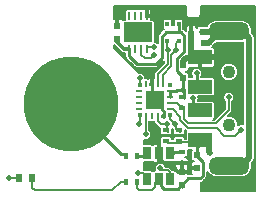
<source format=gbl>
G04 #@! TF.GenerationSoftware,KiCad,Pcbnew,(5.0.0-3-g5ebb6b6)*
G04 #@! TF.CreationDate,2018-09-30T02:42:38+02:00*
G04 #@! TF.ProjectId,nk-u2f,6E6B2D7532662E6B696361645F706362,R5*
G04 #@! TF.SameCoordinates,PX791ddc0PY5e69114*
G04 #@! TF.FileFunction,Copper,L2,Bot,Signal*
G04 #@! TF.FilePolarity,Positive*
%FSLAX46Y46*%
G04 Gerber Fmt 4.6, Leading zero omitted, Abs format (unit mm)*
G04 Created by KiCad (PCBNEW (5.0.0-3-g5ebb6b6)) date Sunday, 30 September 2018 at 02:42:38*
%MOMM*%
%LPD*%
G01*
G04 APERTURE LIST*
G04 #@! TA.AperFunction,ComponentPad*
%ADD10C,1.099820*%
G04 #@! TD*
G04 #@! TA.AperFunction,SMDPad,CuDef*
%ADD11R,1.998980X1.198880*%
G04 #@! TD*
G04 #@! TA.AperFunction,ComponentPad*
%ADD12O,3.500120X1.501140*%
G04 #@! TD*
G04 #@! TA.AperFunction,SMDPad,CuDef*
%ADD13R,0.650000X1.060000*%
G04 #@! TD*
G04 #@! TA.AperFunction,SMDPad,CuDef*
%ADD14R,0.250000X0.700000*%
G04 #@! TD*
G04 #@! TA.AperFunction,SMDPad,CuDef*
%ADD15R,1.190000X0.830000*%
G04 #@! TD*
G04 #@! TA.AperFunction,Conductor*
%ADD16O,8.000000X8.000000*%
G04 #@! TD*
G04 #@! TA.AperFunction,SMDPad,CuDef*
%ADD17R,0.500000X0.600000*%
G04 #@! TD*
G04 #@! TA.AperFunction,SMDPad,CuDef*
%ADD18R,0.340000X0.340000*%
G04 #@! TD*
G04 #@! TA.AperFunction,SMDPad,CuDef*
%ADD19O,0.250000X0.610000*%
G04 #@! TD*
G04 #@! TA.AperFunction,SMDPad,CuDef*
%ADD20O,0.610000X0.250000*%
G04 #@! TD*
G04 #@! TA.AperFunction,SMDPad,CuDef*
%ADD21R,1.500000X1.500000*%
G04 #@! TD*
G04 #@! TA.AperFunction,SMDPad,CuDef*
%ADD22R,0.300000X0.450000*%
G04 #@! TD*
G04 #@! TA.AperFunction,SMDPad,CuDef*
%ADD23R,0.600000X0.700000*%
G04 #@! TD*
G04 #@! TA.AperFunction,SMDPad,CuDef*
%ADD24R,0.400000X0.600000*%
G04 #@! TD*
G04 #@! TA.AperFunction,SMDPad,CuDef*
%ADD25R,0.600000X0.400000*%
G04 #@! TD*
G04 #@! TA.AperFunction,SMDPad,CuDef*
%ADD26R,0.600000X0.500000*%
G04 #@! TD*
G04 #@! TA.AperFunction,ViaPad*
%ADD27C,0.500000*%
G04 #@! TD*
G04 #@! TA.AperFunction,Conductor*
%ADD28C,0.254000*%
G04 #@! TD*
G04 #@! TA.AperFunction,Conductor*
%ADD29C,0.150000*%
G04 #@! TD*
G04 #@! TA.AperFunction,Conductor*
%ADD30C,0.300000*%
G04 #@! TD*
G04 #@! TA.AperFunction,Conductor*
%ADD31C,0.500000*%
G04 #@! TD*
G04 #@! TA.AperFunction,Conductor*
%ADD32C,0.350000*%
G04 #@! TD*
G04 #@! TA.AperFunction,Conductor*
%ADD33C,0.250000*%
G04 #@! TD*
G04 APERTURE END LIST*
D10*
G04 #@! TO.P,J1,8*
G04 #@! TO.N,N/C*
X6999600Y2234450D03*
G04 #@! TO.P,J1,7*
X6999600Y-2266430D03*
D11*
G04 #@! TO.P,J1,4*
G04 #@! TO.N,/GND*
X4599020Y3484130D03*
G04 #@! TO.P,J1,1*
G04 #@! TO.N,/+5V*
X4599020Y-3516110D03*
G04 #@! TO.P,J1,3*
G04 #@! TO.N,/HD+*
X4599020Y1000010D03*
G04 #@! TO.P,J1,2*
G04 #@! TO.N,/HD-*
X4599020Y-1016750D03*
D12*
G04 #@! TO.P,J1,6*
G04 #@! TO.N,Net-(C5-Pad1)*
X6999600Y-5715750D03*
G04 #@! TO.P,J1,5*
X6999600Y5683770D03*
G04 #@! TD*
D13*
G04 #@! TO.P,U2,1*
G04 #@! TO.N,Net-(R1-Pad2)*
X112500Y-4648300D03*
G04 #@! TO.P,U2,2*
G04 #@! TO.N,/GND*
X1062500Y-4648300D03*
G04 #@! TO.P,U2,3*
G04 #@! TO.N,Net-(R2-Pad2)*
X2012500Y-4648300D03*
G04 #@! TO.P,U2,4*
G04 #@! TO.N,/Button*
X2012500Y-6848300D03*
G04 #@! TO.P,U2,6*
G04 #@! TO.N,/Button_reset*
X112500Y-6848300D03*
G04 #@! TO.P,U2,5*
G04 #@! TO.N,/+5V*
X1062500Y-6848300D03*
G04 #@! TD*
D14*
G04 #@! TO.P,U4,1*
G04 #@! TO.N,N/C*
X-1442600Y7013300D03*
G04 #@! TO.P,U4,2*
X-942600Y7013300D03*
G04 #@! TO.P,U4,3*
X-442600Y7013300D03*
G04 #@! TO.P,U4,4*
G04 #@! TO.N,/GND*
X57400Y7013300D03*
G04 #@! TO.P,U4,5*
G04 #@! TO.N,/SDA*
X57400Y4213300D03*
G04 #@! TO.P,U4,6*
G04 #@! TO.N,/SCL*
X-442600Y4213300D03*
G04 #@! TO.P,U4,7*
G04 #@! TO.N,N/C*
X-942600Y4213300D03*
G04 #@! TO.P,U4,8*
G04 #@! TO.N,/+5V*
X-1442600Y4213300D03*
D15*
G04 #@! TO.P,U4,9*
G04 #@! TO.N,N/C*
X-97600Y5198300D03*
X-1287600Y5198300D03*
X-97600Y6028300D03*
X-1287600Y6028300D03*
G04 #@! TD*
D16*
G04 #@! TO.N,Net-(P1-Pad1)*
G04 #@! TO.C,P1*
X-6375000Y-453500D03*
G04 #@! TD*
D17*
G04 #@! TO.P,C2,1*
G04 #@! TO.N,/+5V*
X3015800Y-7370000D03*
G04 #@! TO.P,C2,2*
G04 #@! TO.N,/GND*
X3015800Y-6270000D03*
G04 #@! TD*
D18*
G04 #@! TO.P,U1,1*
G04 #@! TO.N,/Button*
X-540000Y1111500D03*
D19*
G04 #@! TO.P,U1,2*
G04 #@! TO.N,N/C*
X-40000Y1201500D03*
G04 #@! TO.P,U1,3*
G04 #@! TO.N,/GND*
X460000Y1201500D03*
G04 #@! TO.P,U1,4*
G04 #@! TO.N,/HD+*
X990000Y1201500D03*
G04 #@! TO.P,U1,5*
G04 #@! TO.N,/HD-*
X1460000Y1201500D03*
D18*
G04 #@! TO.P,U1,6*
G04 #@! TO.N,N/C*
X1990000Y1111500D03*
D20*
G04 #@! TO.P,U1,7*
G04 #@! TO.N,/+5V*
X2060000Y611500D03*
G04 #@! TO.P,U1,8*
X2060000Y111500D03*
G04 #@! TO.P,U1,9*
G04 #@! TO.N,/C2CK*
X2060000Y-418500D03*
G04 #@! TO.P,U1,10*
G04 #@! TO.N,/C2D*
X2060000Y-918500D03*
D18*
G04 #@! TO.P,U1,11*
G04 #@! TO.N,/SCL*
X1990000Y-1418500D03*
D19*
G04 #@! TO.P,U1,12*
G04 #@! TO.N,/GND*
X1490000Y-1488500D03*
G04 #@! TO.P,U1,13*
G04 #@! TO.N,/SDA*
X990000Y-1488500D03*
G04 #@! TO.P,U1,14*
G04 #@! TO.N,N/C*
X460000Y-1488500D03*
G04 #@! TO.P,U1,15*
G04 #@! TO.N,/Button_reset*
X-40000Y-1488500D03*
D18*
G04 #@! TO.P,U1,16*
G04 #@! TO.N,/LED*
X-540000Y-1418500D03*
D20*
G04 #@! TO.P,U1,17*
G04 #@! TO.N,N/C*
X-610000Y-918500D03*
G04 #@! TO.P,U1,18*
X-610000Y-418500D03*
G04 #@! TO.P,U1,19*
X-610000Y102500D03*
G04 #@! TO.P,U1,20*
X-610000Y611500D03*
D21*
G04 #@! TO.P,U1,21*
G04 #@! TO.N,/GND*
X725000Y-153500D03*
G04 #@! TD*
D22*
G04 #@! TO.P,U3,1*
G04 #@! TO.N,N/C*
X1779200Y6275200D03*
G04 #@! TO.P,U3,3*
G04 #@! TO.N,/+5V*
X2779200Y6275200D03*
G04 #@! TO.P,U3,5*
G04 #@! TO.N,/HD+*
X1779200Y4875200D03*
G04 #@! TO.P,U3,2*
G04 #@! TO.N,/GND*
X2279200Y6275200D03*
G04 #@! TO.P,U3,4*
G04 #@! TO.N,/HD-*
X2779200Y4875200D03*
G04 #@! TD*
D17*
G04 #@! TO.P,C3,1*
G04 #@! TO.N,/+5V*
X4285800Y-4809500D03*
G04 #@! TO.P,C3,2*
G04 #@! TO.N,/GND*
X4285800Y-5909500D03*
G04 #@! TD*
D23*
G04 #@! TO.P,D1,2*
G04 #@! TO.N,Net-(D1-Pad2)*
X-9633400Y-6743800D03*
G04 #@! TO.P,D1,1*
G04 #@! TO.N,/LED*
X-10733400Y-6743800D03*
G04 #@! TD*
D24*
G04 #@! TO.P,R1,1*
G04 #@! TO.N,Net-(P1-Pad1)*
X-1694200Y-4864200D03*
G04 #@! TO.P,R1,2*
G04 #@! TO.N,Net-(R1-Pad2)*
X-794200Y-4864200D03*
G04 #@! TD*
D25*
G04 #@! TO.P,R2,1*
G04 #@! TO.N,/GND*
X3025960Y-5443740D03*
G04 #@! TO.P,R2,2*
G04 #@! TO.N,Net-(R2-Pad2)*
X3025960Y-4543740D03*
G04 #@! TD*
D24*
G04 #@! TO.P,R3,1*
G04 #@! TO.N,Net-(D1-Pad2)*
X-1701400Y-7086700D03*
G04 #@! TO.P,R3,2*
G04 #@! TO.N,/+5V*
X-801400Y-7086700D03*
G04 #@! TD*
D25*
G04 #@! TO.P,R4,1*
G04 #@! TO.N,/+5V*
X3041200Y101500D03*
G04 #@! TO.P,R4,2*
G04 #@! TO.N,/C2CK*
X3041200Y-798500D03*
G04 #@! TD*
G04 #@! TO.P,R5,1*
G04 #@! TO.N,/+5V*
X1707700Y-3617900D03*
G04 #@! TO.P,R5,2*
G04 #@! TO.N,/SDA*
X1707700Y-2717900D03*
G04 #@! TD*
G04 #@! TO.P,R7,1*
G04 #@! TO.N,/+5V*
X2774500Y-3617900D03*
G04 #@! TO.P,R7,2*
G04 #@! TO.N,/SCL*
X2774500Y-2717900D03*
G04 #@! TD*
D17*
G04 #@! TO.P,C4,1*
G04 #@! TO.N,/+5V*
X3127560Y1746060D03*
G04 #@! TO.P,C4,2*
G04 #@! TO.N,/GND*
X3127560Y2846060D03*
G04 #@! TD*
G04 #@! TO.P,C1,1*
G04 #@! TO.N,/+5V*
X-2445200Y5063300D03*
G04 #@! TO.P,C1,2*
G04 #@! TO.N,/GND*
X-2445200Y6163300D03*
G04 #@! TD*
D26*
G04 #@! TO.P,C5,2*
G04 #@! TO.N,/GND*
X3795400Y4711600D03*
G04 #@! TO.P,C5,1*
G04 #@! TO.N,Net-(C5-Pad1)*
X4895400Y4711600D03*
G04 #@! TD*
D24*
G04 #@! TO.P,R6,2*
G04 #@! TO.N,/GND*
X3817600Y5626000D03*
G04 #@! TO.P,R6,1*
G04 #@! TO.N,Net-(C5-Pad1)*
X4717600Y5626000D03*
G04 #@! TD*
D27*
G04 #@! TO.N,/+5V*
X3147880Y680620D03*
X5428800Y-4622900D03*
G04 #@! TO.N,/C2CK*
X7003602Y101500D03*
G04 #@! TO.N,/C2D*
X8068090Y-2654400D03*
G04 #@! TO.N,/HD+*
X1853305Y4089775D03*
X4278210Y2120800D03*
G04 #@! TO.N,/HD-*
X2529430Y4094134D03*
X3968300Y554D03*
G04 #@! TO.N,/Button*
X-552900Y1701700D03*
X1199700Y-5918288D03*
G04 #@! TO.N,/SDA*
X642900Y4314514D03*
X1738210Y-2197192D03*
G04 #@! TO.N,/SCL*
X640376Y3640223D03*
X2418900Y-2171800D03*
G04 #@! TO.N,/LED*
X-11589200Y-6743800D03*
X-558583Y-2204217D03*
G04 #@! TO.N,/GND*
X3714300Y-5372200D03*
X-420330Y2338039D03*
X7918000Y2832000D03*
X463100Y1981100D03*
X725000Y-153500D03*
X2343923Y-5918338D03*
X6965500Y-7429600D03*
X7016300Y7124600D03*
X920300Y5562500D03*
G04 #@! TO.N,/Button_reset*
X-44900Y-3048100D03*
X-667200Y-6312000D03*
G04 #@! TD*
D28*
G04 #@! TO.N,/+5V*
X3015800Y-7370000D02*
X3015800Y-7353400D01*
X3015800Y-7353400D02*
X3587300Y-6781900D01*
X4812801Y-6559699D02*
X4812801Y-5386501D01*
X3587300Y-6781900D02*
X4590600Y-6781900D01*
X4590600Y-6781900D02*
X4812801Y-6559699D01*
X4812801Y-5386501D02*
X4285800Y-4859500D01*
X4285800Y-4859500D02*
X4285800Y-4809500D01*
X-1442600Y4213300D02*
X-1442600Y3609300D01*
X-1442600Y3609300D02*
X-779600Y2946300D01*
X-779600Y2946300D02*
X818700Y2946300D01*
X818700Y2946300D02*
X1326303Y3453903D01*
X1326303Y3453903D02*
X1326303Y5206503D01*
X1326303Y5206503D02*
X1720400Y5600600D01*
X1720400Y5600600D02*
X2850700Y5600600D01*
X2850700Y5600600D02*
X2855400Y5595900D01*
X2855400Y5595900D02*
X2779200Y5595900D01*
X4285800Y-4809500D02*
X4285800Y-4129330D01*
X4285800Y-4129330D02*
X4899020Y-3516110D01*
D29*
X4899020Y-3516110D02*
X4681230Y-3733900D01*
X4681230Y-3733900D02*
X2912080Y-3733900D01*
X2912080Y-3733900D02*
X2904040Y-3741940D01*
X2904040Y-3741940D02*
X1893120Y-3741940D01*
D28*
X4888210Y-3505300D02*
X4899020Y-3516110D01*
X2779200Y5595900D02*
X2779200Y6275200D01*
D30*
X-2445200Y4863300D02*
X-2445200Y4813200D01*
X-2445200Y4813200D02*
X-1835600Y4203600D01*
X-1835600Y4203600D02*
X-1452300Y4203600D01*
X-1452300Y4203600D02*
X-1442600Y4213300D01*
D28*
X-2445200Y5063300D02*
X-2445200Y5113300D01*
X3203760Y38420D02*
X3203760Y624740D01*
X3203760Y624740D02*
X3147880Y680620D01*
X4025000Y-3553500D02*
X4062390Y-3516110D01*
X4062390Y-3516110D02*
X4899020Y-3516110D01*
X4185800Y-4909500D02*
X4285800Y-4809500D01*
X2060000Y111500D02*
X2060000Y346500D01*
X2060000Y346500D02*
X2060000Y611500D01*
X3015800Y-7370000D02*
X3015800Y-7520000D01*
X3130100Y698400D02*
X3147880Y680620D01*
X2647500Y698400D02*
X3130100Y698400D01*
X2556600Y611500D02*
X2558600Y609500D01*
X2558600Y609500D02*
X2647500Y698400D01*
X2060000Y611500D02*
X2556600Y611500D01*
X3130100Y1743520D02*
X3130100Y698400D01*
X3127560Y1746060D02*
X3130100Y1743520D01*
D29*
X2838840Y-3617900D02*
X2965000Y-3744060D01*
X2774500Y-3617900D02*
X2838840Y-3617900D01*
X1060000Y-7094500D02*
X1060000Y-6784498D01*
D28*
X1179200Y-7256700D02*
X1179200Y-7213700D01*
X1179200Y-7213700D02*
X1060000Y-7094500D01*
X3015800Y-7370000D02*
X2961100Y-7370000D01*
X1263200Y-7452602D02*
X1263200Y-7340700D01*
X1481498Y-7670900D02*
X1263200Y-7452602D01*
X1263200Y-7340700D02*
X1179200Y-7256700D01*
X2961100Y-7370000D02*
X2660200Y-7670900D01*
X2660200Y-7670900D02*
X1481498Y-7670900D01*
X3127560Y1746060D02*
X3127560Y1796060D01*
X3206201Y5321801D02*
X2932102Y5595900D01*
X3127560Y1796060D02*
X2600559Y2323061D01*
X2932102Y5595900D02*
X2779200Y5595900D01*
X2600559Y2323061D02*
X2600559Y3369259D01*
X2600559Y3369259D02*
X3206201Y3974901D01*
X3206201Y3974901D02*
X3206201Y5321801D01*
D31*
X5352600Y-4546700D02*
X5428800Y-4622900D01*
X5352600Y-3797400D02*
X5352600Y-4546700D01*
X5180310Y-3797400D02*
X5352600Y-3797400D01*
X4899020Y-3516110D02*
X5180310Y-3797400D01*
D29*
X-801400Y-7549400D02*
X-801400Y-7086700D01*
X1062500Y-6848300D02*
X755200Y-7155600D01*
X-578300Y-7772500D02*
X-801400Y-7549400D01*
X755200Y-7518500D02*
X501200Y-7772500D01*
X755200Y-7155600D02*
X755200Y-7518500D01*
X501200Y-7772500D02*
X-578300Y-7772500D01*
G04 #@! TO.N,/C2CK*
X2060000Y-418500D02*
X2621400Y-418500D01*
X2621400Y-418500D02*
X2883720Y-680820D01*
X2883720Y-680820D02*
X3023000Y-680820D01*
X3023000Y-680820D02*
X3203760Y-861580D01*
X2060000Y-418500D02*
X2128640Y-418500D01*
X5893911Y-2113089D02*
X7003602Y-1003398D01*
X3579389Y-2113089D02*
X5893911Y-2113089D01*
X7003602Y-1003398D02*
X7003602Y-252053D01*
X3203760Y-1737460D02*
X3579389Y-2113089D01*
X7003602Y-252053D02*
X7003602Y101500D01*
X3203760Y-861580D02*
X3203760Y-1737460D01*
G04 #@! TO.N,/C2D*
X6633900Y-3162400D02*
X7560090Y-3162400D01*
X7818091Y-2904399D02*
X8068090Y-2654400D01*
X2903749Y-1582249D02*
X2903749Y-1861728D01*
X3551641Y-2509620D02*
X5981120Y-2509620D01*
X2240000Y-918500D02*
X2903749Y-1582249D01*
X2903749Y-1861728D02*
X3551641Y-2509620D01*
X5981120Y-2509620D02*
X6633900Y-3162400D01*
X2060000Y-918500D02*
X2240000Y-918500D01*
X7560090Y-3162400D02*
X7818091Y-2904399D01*
G04 #@! TO.N,/HD+*
X990000Y2050800D02*
X1839489Y2900289D01*
X1839489Y4075959D02*
X1853305Y4089775D01*
X1779200Y4163880D02*
X1853305Y4089775D01*
X1839489Y2900289D02*
X1839489Y4075959D01*
X990000Y1201500D02*
X990000Y2050800D01*
X1779200Y4875200D02*
X1779200Y4163880D01*
D28*
X4899020Y1000010D02*
X4895830Y1003200D01*
X4349300Y1003200D02*
X4278210Y1074290D01*
X4278210Y1074290D02*
X4278210Y2120800D01*
X4895830Y1003200D02*
X4349300Y1003200D01*
D29*
G04 #@! TO.N,/HD-*
X1390200Y1981100D02*
X2139500Y2730400D01*
X1460000Y1201500D02*
X1390200Y1271300D01*
X2139500Y3704204D02*
X2529430Y4094134D01*
X1390200Y1271300D02*
X1390200Y1981100D01*
X2139500Y2730400D02*
X2139500Y3704204D01*
X2779200Y4875200D02*
X2558600Y4654600D01*
X2558600Y4654600D02*
X2558600Y4123304D01*
X2558600Y4123304D02*
X2529430Y4094134D01*
D28*
X4197550Y-1016750D02*
X3968300Y-787500D01*
X3968300Y-787500D02*
X3968300Y554D01*
X5175000Y-1016750D02*
X4197550Y-1016750D01*
D29*
G04 #@! TO.N,/Button*
X-540000Y1111500D02*
X-540000Y1688800D01*
X-540000Y1688800D02*
X-552900Y1701700D01*
X1830699Y-6092099D02*
X1373511Y-6092099D01*
X2010000Y-6271400D02*
X1830699Y-6092099D01*
X1373511Y-6092099D02*
X1199700Y-5918288D01*
X2010000Y-7094500D02*
X2010000Y-6271400D01*
D28*
G04 #@! TO.N,Net-(P1-Pad1)*
X-6373300Y-453500D02*
X-6375000Y-453500D01*
X-2127700Y-4699100D02*
X-6373300Y-453500D01*
X-1695900Y-4864200D02*
X-1861000Y-4699100D01*
X-1861000Y-4699100D02*
X-2127700Y-4699100D01*
X-1694200Y-4864200D02*
X-1695900Y-4864200D01*
G04 #@! TO.N,Net-(R2-Pad2)*
X3025960Y-4543740D02*
X2360760Y-4543740D01*
X2360760Y-4543740D02*
X2010000Y-4894500D01*
D29*
G04 #@! TO.N,/SDA*
X642900Y4314514D02*
X158614Y4314514D01*
X158614Y4314514D02*
X57400Y4213300D01*
X990000Y-1488500D02*
X990000Y-1949400D01*
X990000Y-1949400D02*
X1237792Y-2197192D01*
X1237792Y-2197192D02*
X1738210Y-2197192D01*
X1738210Y-2197192D02*
X1738210Y-2687030D01*
X1738210Y-2687030D02*
X1893120Y-2841940D01*
G04 #@! TO.N,/SCL*
X-442600Y3713300D02*
X-119524Y3390224D01*
X-119524Y3390224D02*
X390377Y3390224D01*
X390377Y3390224D02*
X640376Y3640223D01*
X-442600Y4213300D02*
X-442600Y3713300D01*
X2168901Y-1921801D02*
X2418900Y-2171800D01*
X1990000Y-1742900D02*
X2168901Y-1921801D01*
X1990000Y-1418500D02*
X1990000Y-1742900D01*
X2873140Y-2841940D02*
X2904040Y-2841940D01*
X2634800Y-2603600D02*
X2873140Y-2841940D01*
X2545900Y-2298800D02*
X2545900Y-2603600D01*
X2545900Y-2603600D02*
X2634800Y-2603600D01*
X2418900Y-2171800D02*
X2545900Y-2298800D01*
G04 #@! TO.N,Net-(D1-Pad2)*
X-2165800Y-7086700D02*
X-1701400Y-7086700D01*
X-2851600Y-7772500D02*
X-2165800Y-7086700D01*
X-9430200Y-7772500D02*
X-2851600Y-7772500D01*
X-9633400Y-7569300D02*
X-9430200Y-7772500D01*
X-9633400Y-6743800D02*
X-9633400Y-7569300D01*
G04 #@! TO.N,/LED*
X-11589200Y-6743800D02*
X-10733400Y-6743800D01*
X-540000Y-1418500D02*
X-540000Y-2185634D01*
X-540000Y-2185634D02*
X-558583Y-2204217D01*
D31*
G04 #@! TO.N,Net-(R1-Pad2)*
X102200Y-4902300D02*
X110000Y-4894500D01*
D28*
X-781500Y-4851500D02*
X-794200Y-4864200D01*
X-90700Y-4851500D02*
X-781500Y-4851500D01*
X112500Y-4648300D02*
X-90700Y-4851500D01*
D31*
G04 #@! TO.N,/GND*
X3127560Y2846060D02*
X3127560Y3146960D01*
X3127560Y3146960D02*
X3371400Y3390800D01*
X3371400Y3390800D02*
X4805690Y3390800D01*
X4805690Y3390800D02*
X4899020Y3484130D01*
D28*
X3025960Y-5443740D02*
X3028500Y-5446280D01*
X3028500Y-5446280D02*
X3028500Y-6257300D01*
X3028500Y-6257300D02*
X3015800Y-6270000D01*
X3015800Y-6270000D02*
X3476900Y-6270000D01*
X3476900Y-6270000D02*
X3841300Y-5905600D01*
X3841300Y-5905600D02*
X4281900Y-5905600D01*
X4281900Y-5905600D02*
X4285800Y-5909500D01*
D32*
X2279200Y6275200D02*
X2304199Y6300199D01*
X2304199Y7277401D02*
X1885500Y7696100D01*
X1885500Y7696100D02*
X-6800Y7696100D01*
X57400Y7013300D02*
X57400Y7631900D01*
X-6800Y7696100D02*
X-1899100Y7696100D01*
X57400Y7631900D02*
X-6800Y7696100D01*
X-1899100Y7696100D02*
X-2445200Y7150000D01*
X-2445200Y7150000D02*
X-2445200Y6163300D01*
D33*
X1490000Y-1488500D02*
X1490000Y-1348100D01*
X1490000Y-1348100D02*
X1491800Y-1346300D01*
X1491800Y-1095999D02*
X1352100Y-956299D01*
X1491800Y-1346300D02*
X1491800Y-1095999D01*
X1352100Y-956299D02*
X1352100Y-780600D01*
X1352100Y-780600D02*
X725000Y-153500D01*
D29*
X3547500Y-5372200D02*
X3714300Y-5372200D01*
X3025960Y-5443740D02*
X3475960Y-5443740D01*
X3475960Y-5443740D02*
X3547500Y-5372200D01*
X463100Y1981100D02*
X-95700Y1981100D01*
X-420330Y2305730D02*
X-420330Y2338039D01*
X-95700Y1981100D02*
X-420330Y2305730D01*
D31*
X7668001Y3081999D02*
X7918000Y2832000D01*
X7265870Y3484130D02*
X7668001Y3081999D01*
X4899020Y3484130D02*
X7265870Y3484130D01*
D28*
X463100Y1763600D02*
X463100Y1981100D01*
X460000Y1201500D02*
X460000Y1760500D01*
X460000Y1760500D02*
X463100Y1763600D01*
X3015800Y-6270000D02*
X3015800Y-6146900D01*
X3015800Y-6146900D02*
X3079300Y-6083400D01*
D33*
X460000Y1201500D02*
X460000Y111500D01*
D29*
X460000Y111500D02*
X725000Y-153500D01*
D28*
X3015800Y-6270000D02*
X2695585Y-6270000D01*
X2695585Y-6270000D02*
X2593922Y-6168337D01*
X2593922Y-6168337D02*
X2343923Y-5918338D01*
D31*
X3817600Y4733800D02*
X3795400Y4711600D01*
X3817600Y5626000D02*
X3817600Y4733800D01*
D28*
X3127000Y6870600D02*
X2304199Y6870600D01*
X3817600Y6180000D02*
X3127000Y6870600D01*
X3817600Y5626000D02*
X3817600Y6180000D01*
D32*
X2304199Y6870600D02*
X2304199Y7277401D01*
X2304199Y6300199D02*
X2304199Y6870600D01*
D31*
X4349450Y3733700D02*
X4599020Y3484130D01*
X4057200Y3733700D02*
X4349450Y3733700D01*
X3795400Y3995500D02*
X4057200Y3733700D01*
X3795400Y4711600D02*
X3795400Y3995500D01*
D28*
X1060000Y-4894500D02*
X1060000Y-5001637D01*
X1726702Y-5668339D02*
X2093924Y-5668339D01*
X1060000Y-5001637D02*
X1726702Y-5668339D01*
X2093924Y-5668339D02*
X2343923Y-5918338D01*
D31*
G04 #@! TO.N,/Button_reset*
X110000Y-7094500D02*
X102200Y-7086700D01*
D28*
X110000Y-7094500D02*
X110000Y-6844500D01*
D29*
X-40000Y-3043200D02*
X-44900Y-3048100D01*
X-40000Y-1488500D02*
X-40000Y-3043200D01*
X-260800Y-6312000D02*
X-667200Y-6312000D01*
X112500Y-6685300D02*
X-260800Y-6312000D01*
X112500Y-6848300D02*
X112500Y-6685300D01*
D31*
G04 #@! TO.N,Net-(C5-Pad1)*
X6471930Y5156100D02*
X6999600Y5683770D01*
X5733600Y5156100D02*
X6471930Y5156100D01*
X5289100Y4711600D02*
X5733600Y5156100D01*
X4895400Y4711600D02*
X5289100Y4711600D01*
X6941830Y5626000D02*
X6999600Y5683770D01*
X4717600Y5626000D02*
X6941830Y5626000D01*
X8139630Y5683770D02*
X6999600Y5683770D01*
X8718100Y5105300D02*
X8139630Y5683770D01*
X8718100Y-5029300D02*
X8718100Y5105300D01*
X8031650Y-5715750D02*
X8718100Y-5029300D01*
X6999600Y-5715750D02*
X8031650Y-5715750D01*
G04 #@! TD*
D29*
G04 #@! TO.N,/GND*
G36*
X3375470Y7109982D02*
X3374142Y7096500D01*
X3379443Y7042683D01*
X3395140Y6990934D01*
X3420632Y6943242D01*
X3454939Y6901439D01*
X3496742Y6867132D01*
X3544434Y6841640D01*
X3596183Y6825943D01*
X3650000Y6820642D01*
X3663482Y6821970D01*
X4336518Y6821970D01*
X4350000Y6820642D01*
X4363482Y6821970D01*
X4403817Y6825943D01*
X4455566Y6841640D01*
X4503258Y6867132D01*
X4545061Y6901439D01*
X4579368Y6943242D01*
X4604860Y6990934D01*
X4620557Y7042683D01*
X4625858Y7096500D01*
X4624530Y7109982D01*
X4624530Y7846970D01*
X9225071Y7846970D01*
X9225070Y-7878970D01*
X4624530Y-7878970D01*
X4624530Y-7132261D01*
X4659604Y-7128807D01*
X4725956Y-7108679D01*
X4787107Y-7075993D01*
X4840706Y-7032006D01*
X4851734Y-7018568D01*
X5049478Y-6820825D01*
X5062906Y-6809805D01*
X5073927Y-6796376D01*
X5073930Y-6796373D01*
X5106894Y-6756206D01*
X5139580Y-6695056D01*
X5147442Y-6669138D01*
X5159708Y-6628703D01*
X5164801Y-6576991D01*
X5164801Y-6576988D01*
X5166504Y-6559699D01*
X5164801Y-6542410D01*
X5164801Y-6222526D01*
X5185029Y-6260370D01*
X5306940Y-6408920D01*
X5455490Y-6530831D01*
X5624969Y-6621420D01*
X5808865Y-6677204D01*
X5952187Y-6691320D01*
X8047013Y-6691320D01*
X8190335Y-6677204D01*
X8374231Y-6621420D01*
X8543710Y-6530831D01*
X8692260Y-6408920D01*
X8814171Y-6260370D01*
X8904760Y-6090891D01*
X8960544Y-5906995D01*
X8979380Y-5715750D01*
X8960544Y-5524505D01*
X8945207Y-5473945D01*
X9037477Y-5381675D01*
X9055601Y-5366801D01*
X9114959Y-5294473D01*
X9146690Y-5235108D01*
X9159066Y-5211955D01*
X9186227Y-5122416D01*
X9195398Y-5029300D01*
X9193100Y-5005968D01*
X9193100Y5081969D01*
X9195398Y5105301D01*
X9186227Y5198417D01*
X9172762Y5242804D01*
X9159066Y5287954D01*
X9114959Y5370473D01*
X9055601Y5442801D01*
X9037471Y5457680D01*
X8964317Y5530834D01*
X8979380Y5683770D01*
X8960544Y5875015D01*
X8904760Y6058911D01*
X8814171Y6228390D01*
X8692260Y6376940D01*
X8543710Y6498851D01*
X8374231Y6589440D01*
X8190335Y6645224D01*
X8047013Y6659340D01*
X5952187Y6659340D01*
X5808865Y6645224D01*
X5624969Y6589440D01*
X5455490Y6498851D01*
X5306940Y6376940D01*
X5185029Y6228390D01*
X5116937Y6101000D01*
X5059030Y6101000D01*
X5043208Y6113985D01*
X5004120Y6134878D01*
X4961708Y6147744D01*
X4917600Y6152088D01*
X4517600Y6152088D01*
X4473492Y6147744D01*
X4431080Y6134878D01*
X4391992Y6113985D01*
X4357732Y6085868D01*
X4329615Y6051608D01*
X4308722Y6012520D01*
X4295856Y5970108D01*
X4292600Y5937047D01*
X4292600Y5953085D01*
X4282032Y6006215D01*
X4261302Y6056261D01*
X4231206Y6101302D01*
X4192902Y6139607D01*
X4147861Y6169702D01*
X4097814Y6190432D01*
X4044685Y6201000D01*
X3971350Y6201000D01*
X3902600Y6132250D01*
X3902600Y5711000D01*
X3922600Y5711000D01*
X3922600Y5541000D01*
X3902600Y5541000D01*
X3902600Y5190050D01*
X3880400Y5167850D01*
X3880400Y4796600D01*
X3900400Y4796600D01*
X3900400Y4626600D01*
X3880400Y4626600D01*
X3880400Y4606600D01*
X3710400Y4606600D01*
X3710400Y4626600D01*
X3690400Y4626600D01*
X3690400Y4796600D01*
X3710400Y4796600D01*
X3710400Y5097550D01*
X3732600Y5119750D01*
X3732600Y5541000D01*
X3712600Y5541000D01*
X3712600Y5711000D01*
X3732600Y5711000D01*
X3732600Y6132250D01*
X3663850Y6201000D01*
X3590515Y6201000D01*
X3537386Y6190432D01*
X3487339Y6169702D01*
X3442298Y6139607D01*
X3403994Y6101302D01*
X3373898Y6056261D01*
X3353168Y6006215D01*
X3342600Y5953085D01*
X3342600Y5779750D01*
X3411348Y5711002D01*
X3342600Y5711002D01*
X3342600Y5683205D01*
X3193236Y5832568D01*
X3182208Y5846006D01*
X3131200Y5887867D01*
X3131200Y5950812D01*
X3138078Y5963680D01*
X3150944Y6006092D01*
X3155288Y6050200D01*
X3155288Y6500200D01*
X3150944Y6544308D01*
X3138078Y6586720D01*
X3117185Y6625808D01*
X3089068Y6660068D01*
X3054808Y6688185D01*
X3015720Y6709078D01*
X2973308Y6721944D01*
X2929200Y6726288D01*
X2629200Y6726288D01*
X2591394Y6722565D01*
X2559461Y6743902D01*
X2509415Y6764632D01*
X2456285Y6775200D01*
X2422950Y6775200D01*
X2354200Y6706450D01*
X2354200Y6360200D01*
X2384200Y6360200D01*
X2384200Y6190200D01*
X2354200Y6190200D01*
X2354200Y6170200D01*
X2204200Y6170200D01*
X2204200Y6190200D01*
X2174200Y6190200D01*
X2174200Y6360200D01*
X2204200Y6360200D01*
X2204200Y6706450D01*
X2135450Y6775200D01*
X2102115Y6775200D01*
X2048985Y6764632D01*
X1998939Y6743902D01*
X1967006Y6722565D01*
X1929200Y6726288D01*
X1629200Y6726288D01*
X1585092Y6721944D01*
X1542680Y6709078D01*
X1503592Y6688185D01*
X1469332Y6660068D01*
X1441215Y6625808D01*
X1420322Y6586720D01*
X1407456Y6544308D01*
X1403112Y6500200D01*
X1403112Y6050200D01*
X1407456Y6006092D01*
X1420322Y5963680D01*
X1441215Y5924592D01*
X1469332Y5890332D01*
X1493955Y5870124D01*
X1470294Y5850706D01*
X1459270Y5837272D01*
X1089631Y5467633D01*
X1076198Y5456609D01*
X1065175Y5443177D01*
X1032210Y5403010D01*
X1001882Y5346269D01*
X999525Y5341859D01*
X982857Y5286911D01*
X979397Y5275506D01*
X972600Y5206503D01*
X974304Y5189204D01*
X974304Y4654861D01*
X945695Y4683470D01*
X867897Y4735453D01*
X781452Y4771260D01*
X723439Y4782800D01*
X723488Y4783300D01*
X723488Y6443300D01*
X719144Y6487408D01*
X706278Y6529820D01*
X685385Y6568908D01*
X657268Y6603168D01*
X623008Y6631285D01*
X583920Y6652178D01*
X541508Y6665044D01*
X497400Y6669388D01*
X457400Y6669388D01*
X457400Y6859550D01*
X388650Y6928300D01*
X119900Y6928300D01*
X119900Y6908300D01*
X-5100Y6908300D01*
X-5100Y6928300D01*
X-47600Y6928300D01*
X-47600Y7098300D01*
X-5100Y7098300D01*
X-5100Y7569550D01*
X119900Y7569550D01*
X119900Y7098300D01*
X388650Y7098300D01*
X457400Y7167050D01*
X457400Y7390385D01*
X446832Y7443514D01*
X426102Y7493561D01*
X396007Y7538602D01*
X357702Y7576906D01*
X312661Y7607002D01*
X262615Y7627732D01*
X209485Y7638300D01*
X188650Y7638300D01*
X119900Y7569550D01*
X-5100Y7569550D01*
X-73850Y7638300D01*
X-94685Y7638300D01*
X-147815Y7627732D01*
X-197861Y7607002D01*
X-242902Y7576906D01*
X-243778Y7576030D01*
X-273492Y7585044D01*
X-317600Y7589388D01*
X-567600Y7589388D01*
X-611708Y7585044D01*
X-654120Y7572178D01*
X-692600Y7551610D01*
X-731080Y7572178D01*
X-773492Y7585044D01*
X-817600Y7589388D01*
X-1067600Y7589388D01*
X-1111708Y7585044D01*
X-1154120Y7572178D01*
X-1192600Y7551610D01*
X-1231080Y7572178D01*
X-1273492Y7585044D01*
X-1317600Y7589388D01*
X-1567600Y7589388D01*
X-1611708Y7585044D01*
X-1654120Y7572178D01*
X-1693208Y7551285D01*
X-1727468Y7523168D01*
X-1755585Y7488908D01*
X-1776478Y7449820D01*
X-1789344Y7407408D01*
X-1793688Y7363300D01*
X-1793688Y6669388D01*
X-1882600Y6669388D01*
X-1926708Y6665044D01*
X-1969120Y6652178D01*
X-1986096Y6643104D01*
X-2019898Y6676906D01*
X-2064939Y6707002D01*
X-2114985Y6727732D01*
X-2168115Y6738300D01*
X-2291450Y6738300D01*
X-2360200Y6669550D01*
X-2360200Y6248300D01*
X-2340200Y6248300D01*
X-2340200Y6078300D01*
X-2360200Y6078300D01*
X-2360200Y6058300D01*
X-2530200Y6058300D01*
X-2530200Y6078300D01*
X-2550200Y6078300D01*
X-2550200Y6248300D01*
X-2530200Y6248300D01*
X-2530200Y6669550D01*
X-2598950Y6738300D01*
X-2722285Y6738300D01*
X-2738500Y6735075D01*
X-2738500Y7846970D01*
X3375471Y7846970D01*
X3375470Y7109982D01*
X3375470Y7109982D01*
G37*
X3375470Y7109982D02*
X3374142Y7096500D01*
X3379443Y7042683D01*
X3395140Y6990934D01*
X3420632Y6943242D01*
X3454939Y6901439D01*
X3496742Y6867132D01*
X3544434Y6841640D01*
X3596183Y6825943D01*
X3650000Y6820642D01*
X3663482Y6821970D01*
X4336518Y6821970D01*
X4350000Y6820642D01*
X4363482Y6821970D01*
X4403817Y6825943D01*
X4455566Y6841640D01*
X4503258Y6867132D01*
X4545061Y6901439D01*
X4579368Y6943242D01*
X4604860Y6990934D01*
X4620557Y7042683D01*
X4625858Y7096500D01*
X4624530Y7109982D01*
X4624530Y7846970D01*
X9225071Y7846970D01*
X9225070Y-7878970D01*
X4624530Y-7878970D01*
X4624530Y-7132261D01*
X4659604Y-7128807D01*
X4725956Y-7108679D01*
X4787107Y-7075993D01*
X4840706Y-7032006D01*
X4851734Y-7018568D01*
X5049478Y-6820825D01*
X5062906Y-6809805D01*
X5073927Y-6796376D01*
X5073930Y-6796373D01*
X5106894Y-6756206D01*
X5139580Y-6695056D01*
X5147442Y-6669138D01*
X5159708Y-6628703D01*
X5164801Y-6576991D01*
X5164801Y-6576988D01*
X5166504Y-6559699D01*
X5164801Y-6542410D01*
X5164801Y-6222526D01*
X5185029Y-6260370D01*
X5306940Y-6408920D01*
X5455490Y-6530831D01*
X5624969Y-6621420D01*
X5808865Y-6677204D01*
X5952187Y-6691320D01*
X8047013Y-6691320D01*
X8190335Y-6677204D01*
X8374231Y-6621420D01*
X8543710Y-6530831D01*
X8692260Y-6408920D01*
X8814171Y-6260370D01*
X8904760Y-6090891D01*
X8960544Y-5906995D01*
X8979380Y-5715750D01*
X8960544Y-5524505D01*
X8945207Y-5473945D01*
X9037477Y-5381675D01*
X9055601Y-5366801D01*
X9114959Y-5294473D01*
X9146690Y-5235108D01*
X9159066Y-5211955D01*
X9186227Y-5122416D01*
X9195398Y-5029300D01*
X9193100Y-5005968D01*
X9193100Y5081969D01*
X9195398Y5105301D01*
X9186227Y5198417D01*
X9172762Y5242804D01*
X9159066Y5287954D01*
X9114959Y5370473D01*
X9055601Y5442801D01*
X9037471Y5457680D01*
X8964317Y5530834D01*
X8979380Y5683770D01*
X8960544Y5875015D01*
X8904760Y6058911D01*
X8814171Y6228390D01*
X8692260Y6376940D01*
X8543710Y6498851D01*
X8374231Y6589440D01*
X8190335Y6645224D01*
X8047013Y6659340D01*
X5952187Y6659340D01*
X5808865Y6645224D01*
X5624969Y6589440D01*
X5455490Y6498851D01*
X5306940Y6376940D01*
X5185029Y6228390D01*
X5116937Y6101000D01*
X5059030Y6101000D01*
X5043208Y6113985D01*
X5004120Y6134878D01*
X4961708Y6147744D01*
X4917600Y6152088D01*
X4517600Y6152088D01*
X4473492Y6147744D01*
X4431080Y6134878D01*
X4391992Y6113985D01*
X4357732Y6085868D01*
X4329615Y6051608D01*
X4308722Y6012520D01*
X4295856Y5970108D01*
X4292600Y5937047D01*
X4292600Y5953085D01*
X4282032Y6006215D01*
X4261302Y6056261D01*
X4231206Y6101302D01*
X4192902Y6139607D01*
X4147861Y6169702D01*
X4097814Y6190432D01*
X4044685Y6201000D01*
X3971350Y6201000D01*
X3902600Y6132250D01*
X3902600Y5711000D01*
X3922600Y5711000D01*
X3922600Y5541000D01*
X3902600Y5541000D01*
X3902600Y5190050D01*
X3880400Y5167850D01*
X3880400Y4796600D01*
X3900400Y4796600D01*
X3900400Y4626600D01*
X3880400Y4626600D01*
X3880400Y4606600D01*
X3710400Y4606600D01*
X3710400Y4626600D01*
X3690400Y4626600D01*
X3690400Y4796600D01*
X3710400Y4796600D01*
X3710400Y5097550D01*
X3732600Y5119750D01*
X3732600Y5541000D01*
X3712600Y5541000D01*
X3712600Y5711000D01*
X3732600Y5711000D01*
X3732600Y6132250D01*
X3663850Y6201000D01*
X3590515Y6201000D01*
X3537386Y6190432D01*
X3487339Y6169702D01*
X3442298Y6139607D01*
X3403994Y6101302D01*
X3373898Y6056261D01*
X3353168Y6006215D01*
X3342600Y5953085D01*
X3342600Y5779750D01*
X3411348Y5711002D01*
X3342600Y5711002D01*
X3342600Y5683205D01*
X3193236Y5832568D01*
X3182208Y5846006D01*
X3131200Y5887867D01*
X3131200Y5950812D01*
X3138078Y5963680D01*
X3150944Y6006092D01*
X3155288Y6050200D01*
X3155288Y6500200D01*
X3150944Y6544308D01*
X3138078Y6586720D01*
X3117185Y6625808D01*
X3089068Y6660068D01*
X3054808Y6688185D01*
X3015720Y6709078D01*
X2973308Y6721944D01*
X2929200Y6726288D01*
X2629200Y6726288D01*
X2591394Y6722565D01*
X2559461Y6743902D01*
X2509415Y6764632D01*
X2456285Y6775200D01*
X2422950Y6775200D01*
X2354200Y6706450D01*
X2354200Y6360200D01*
X2384200Y6360200D01*
X2384200Y6190200D01*
X2354200Y6190200D01*
X2354200Y6170200D01*
X2204200Y6170200D01*
X2204200Y6190200D01*
X2174200Y6190200D01*
X2174200Y6360200D01*
X2204200Y6360200D01*
X2204200Y6706450D01*
X2135450Y6775200D01*
X2102115Y6775200D01*
X2048985Y6764632D01*
X1998939Y6743902D01*
X1967006Y6722565D01*
X1929200Y6726288D01*
X1629200Y6726288D01*
X1585092Y6721944D01*
X1542680Y6709078D01*
X1503592Y6688185D01*
X1469332Y6660068D01*
X1441215Y6625808D01*
X1420322Y6586720D01*
X1407456Y6544308D01*
X1403112Y6500200D01*
X1403112Y6050200D01*
X1407456Y6006092D01*
X1420322Y5963680D01*
X1441215Y5924592D01*
X1469332Y5890332D01*
X1493955Y5870124D01*
X1470294Y5850706D01*
X1459270Y5837272D01*
X1089631Y5467633D01*
X1076198Y5456609D01*
X1065175Y5443177D01*
X1032210Y5403010D01*
X1001882Y5346269D01*
X999525Y5341859D01*
X982857Y5286911D01*
X979397Y5275506D01*
X972600Y5206503D01*
X974304Y5189204D01*
X974304Y4654861D01*
X945695Y4683470D01*
X867897Y4735453D01*
X781452Y4771260D01*
X723439Y4782800D01*
X723488Y4783300D01*
X723488Y6443300D01*
X719144Y6487408D01*
X706278Y6529820D01*
X685385Y6568908D01*
X657268Y6603168D01*
X623008Y6631285D01*
X583920Y6652178D01*
X541508Y6665044D01*
X497400Y6669388D01*
X457400Y6669388D01*
X457400Y6859550D01*
X388650Y6928300D01*
X119900Y6928300D01*
X119900Y6908300D01*
X-5100Y6908300D01*
X-5100Y6928300D01*
X-47600Y6928300D01*
X-47600Y7098300D01*
X-5100Y7098300D01*
X-5100Y7569550D01*
X119900Y7569550D01*
X119900Y7098300D01*
X388650Y7098300D01*
X457400Y7167050D01*
X457400Y7390385D01*
X446832Y7443514D01*
X426102Y7493561D01*
X396007Y7538602D01*
X357702Y7576906D01*
X312661Y7607002D01*
X262615Y7627732D01*
X209485Y7638300D01*
X188650Y7638300D01*
X119900Y7569550D01*
X-5100Y7569550D01*
X-73850Y7638300D01*
X-94685Y7638300D01*
X-147815Y7627732D01*
X-197861Y7607002D01*
X-242902Y7576906D01*
X-243778Y7576030D01*
X-273492Y7585044D01*
X-317600Y7589388D01*
X-567600Y7589388D01*
X-611708Y7585044D01*
X-654120Y7572178D01*
X-692600Y7551610D01*
X-731080Y7572178D01*
X-773492Y7585044D01*
X-817600Y7589388D01*
X-1067600Y7589388D01*
X-1111708Y7585044D01*
X-1154120Y7572178D01*
X-1192600Y7551610D01*
X-1231080Y7572178D01*
X-1273492Y7585044D01*
X-1317600Y7589388D01*
X-1567600Y7589388D01*
X-1611708Y7585044D01*
X-1654120Y7572178D01*
X-1693208Y7551285D01*
X-1727468Y7523168D01*
X-1755585Y7488908D01*
X-1776478Y7449820D01*
X-1789344Y7407408D01*
X-1793688Y7363300D01*
X-1793688Y6669388D01*
X-1882600Y6669388D01*
X-1926708Y6665044D01*
X-1969120Y6652178D01*
X-1986096Y6643104D01*
X-2019898Y6676906D01*
X-2064939Y6707002D01*
X-2114985Y6727732D01*
X-2168115Y6738300D01*
X-2291450Y6738300D01*
X-2360200Y6669550D01*
X-2360200Y6248300D01*
X-2340200Y6248300D01*
X-2340200Y6078300D01*
X-2360200Y6078300D01*
X-2360200Y6058300D01*
X-2530200Y6058300D01*
X-2530200Y6078300D01*
X-2550200Y6078300D01*
X-2550200Y6248300D01*
X-2530200Y6248300D01*
X-2530200Y6669550D01*
X-2598950Y6738300D01*
X-2722285Y6738300D01*
X-2738500Y6735075D01*
X-2738500Y7846970D01*
X3375471Y7846970D01*
X3375470Y7109982D01*
G36*
X3555422Y-4337294D02*
X3599530Y-4341638D01*
X3885673Y-4341638D01*
X3875932Y-4349632D01*
X3847815Y-4383892D01*
X3826922Y-4422980D01*
X3814056Y-4465392D01*
X3809712Y-4509500D01*
X3809712Y-5109500D01*
X3814056Y-5153608D01*
X3826922Y-5196020D01*
X3847815Y-5235108D01*
X3875932Y-5269368D01*
X3910192Y-5297485D01*
X3949280Y-5318378D01*
X3991692Y-5331244D01*
X4024753Y-5334500D01*
X4008715Y-5334500D01*
X3955585Y-5345068D01*
X3905539Y-5365798D01*
X3860498Y-5395894D01*
X3822193Y-5434198D01*
X3792098Y-5479239D01*
X3771368Y-5529286D01*
X3760800Y-5582415D01*
X3760800Y-5755750D01*
X3829550Y-5824500D01*
X4200800Y-5824500D01*
X4200800Y-5804500D01*
X4370800Y-5804500D01*
X4370800Y-5824500D01*
X4390800Y-5824500D01*
X4390800Y-5994500D01*
X4370800Y-5994500D01*
X4370800Y-6014500D01*
X4200800Y-6014500D01*
X4200800Y-5994500D01*
X3829550Y-5994500D01*
X3760800Y-6063250D01*
X3760800Y-6236585D01*
X3771368Y-6289714D01*
X3792098Y-6339761D01*
X3822193Y-6384802D01*
X3860498Y-6423106D01*
X3870666Y-6429900D01*
X3604588Y-6429900D01*
X3587299Y-6428197D01*
X3570010Y-6429900D01*
X3570008Y-6429900D01*
X3540800Y-6432777D01*
X3540800Y-6423750D01*
X3472050Y-6355000D01*
X3100800Y-6355000D01*
X3100800Y-6375000D01*
X2930800Y-6375000D01*
X2930800Y-6355000D01*
X2910800Y-6355000D01*
X2910800Y-6185000D01*
X2930800Y-6185000D01*
X2930800Y-5860150D01*
X2940960Y-5849990D01*
X2940960Y-5763750D01*
X3100800Y-5763750D01*
X3100800Y-6185000D01*
X3472050Y-6185000D01*
X3540800Y-6116250D01*
X3540800Y-5942915D01*
X3530232Y-5889786D01*
X3512246Y-5846363D01*
X3539567Y-5819042D01*
X3569662Y-5774001D01*
X3590392Y-5723954D01*
X3600960Y-5670825D01*
X3600960Y-5597490D01*
X3532210Y-5528740D01*
X3110960Y-5528740D01*
X3110960Y-5753590D01*
X3100800Y-5763750D01*
X2940960Y-5763750D01*
X2940960Y-5528740D01*
X2519710Y-5528740D01*
X2450960Y-5597490D01*
X2450960Y-5670825D01*
X2461528Y-5723954D01*
X2482258Y-5774001D01*
X2512353Y-5819042D01*
X2526485Y-5833173D01*
X2522098Y-5839739D01*
X2501368Y-5889786D01*
X2490800Y-5942915D01*
X2490800Y-6116250D01*
X2559548Y-6184998D01*
X2519171Y-6184998D01*
X2497368Y-6158432D01*
X2463108Y-6130315D01*
X2424020Y-6109422D01*
X2381608Y-6096556D01*
X2337500Y-6092212D01*
X2251036Y-6092212D01*
X2245745Y-6085765D01*
X2223158Y-6058242D01*
X2211710Y-6048847D01*
X2053252Y-5890389D01*
X2043857Y-5878941D01*
X1998176Y-5841452D01*
X1946059Y-5813595D01*
X1889509Y-5796440D01*
X1845432Y-5792099D01*
X1845422Y-5792099D01*
X1830699Y-5790649D01*
X1815976Y-5792099D01*
X1658905Y-5792099D01*
X1656446Y-5779736D01*
X1620639Y-5693291D01*
X1568656Y-5615493D01*
X1502495Y-5549332D01*
X1424697Y-5497349D01*
X1338252Y-5461542D01*
X1296817Y-5453300D01*
X1414585Y-5453300D01*
X1467715Y-5442732D01*
X1517761Y-5422002D01*
X1562802Y-5391906D01*
X1579182Y-5375527D01*
X1600980Y-5387178D01*
X1643392Y-5400044D01*
X1687500Y-5404388D01*
X2337500Y-5404388D01*
X2381608Y-5400044D01*
X2424020Y-5387178D01*
X2463108Y-5366285D01*
X2497368Y-5338168D01*
X2498166Y-5337196D01*
X2519710Y-5358740D01*
X2940960Y-5358740D01*
X2940960Y-5338740D01*
X3110960Y-5338740D01*
X3110960Y-5358740D01*
X3532210Y-5358740D01*
X3600960Y-5289990D01*
X3600960Y-5216655D01*
X3590392Y-5163526D01*
X3569662Y-5113479D01*
X3539567Y-5068438D01*
X3501262Y-5030134D01*
X3456221Y-5000038D01*
X3406175Y-4979308D01*
X3353045Y-4968740D01*
X3337007Y-4968740D01*
X3370068Y-4965484D01*
X3412480Y-4952618D01*
X3451568Y-4931725D01*
X3485828Y-4903608D01*
X3513945Y-4869348D01*
X3534838Y-4830260D01*
X3547704Y-4787848D01*
X3552048Y-4743740D01*
X3552048Y-4343740D01*
X3551290Y-4336040D01*
X3555422Y-4337294D01*
X3555422Y-4337294D01*
G37*
X3555422Y-4337294D02*
X3599530Y-4341638D01*
X3885673Y-4341638D01*
X3875932Y-4349632D01*
X3847815Y-4383892D01*
X3826922Y-4422980D01*
X3814056Y-4465392D01*
X3809712Y-4509500D01*
X3809712Y-5109500D01*
X3814056Y-5153608D01*
X3826922Y-5196020D01*
X3847815Y-5235108D01*
X3875932Y-5269368D01*
X3910192Y-5297485D01*
X3949280Y-5318378D01*
X3991692Y-5331244D01*
X4024753Y-5334500D01*
X4008715Y-5334500D01*
X3955585Y-5345068D01*
X3905539Y-5365798D01*
X3860498Y-5395894D01*
X3822193Y-5434198D01*
X3792098Y-5479239D01*
X3771368Y-5529286D01*
X3760800Y-5582415D01*
X3760800Y-5755750D01*
X3829550Y-5824500D01*
X4200800Y-5824500D01*
X4200800Y-5804500D01*
X4370800Y-5804500D01*
X4370800Y-5824500D01*
X4390800Y-5824500D01*
X4390800Y-5994500D01*
X4370800Y-5994500D01*
X4370800Y-6014500D01*
X4200800Y-6014500D01*
X4200800Y-5994500D01*
X3829550Y-5994500D01*
X3760800Y-6063250D01*
X3760800Y-6236585D01*
X3771368Y-6289714D01*
X3792098Y-6339761D01*
X3822193Y-6384802D01*
X3860498Y-6423106D01*
X3870666Y-6429900D01*
X3604588Y-6429900D01*
X3587299Y-6428197D01*
X3570010Y-6429900D01*
X3570008Y-6429900D01*
X3540800Y-6432777D01*
X3540800Y-6423750D01*
X3472050Y-6355000D01*
X3100800Y-6355000D01*
X3100800Y-6375000D01*
X2930800Y-6375000D01*
X2930800Y-6355000D01*
X2910800Y-6355000D01*
X2910800Y-6185000D01*
X2930800Y-6185000D01*
X2930800Y-5860150D01*
X2940960Y-5849990D01*
X2940960Y-5763750D01*
X3100800Y-5763750D01*
X3100800Y-6185000D01*
X3472050Y-6185000D01*
X3540800Y-6116250D01*
X3540800Y-5942915D01*
X3530232Y-5889786D01*
X3512246Y-5846363D01*
X3539567Y-5819042D01*
X3569662Y-5774001D01*
X3590392Y-5723954D01*
X3600960Y-5670825D01*
X3600960Y-5597490D01*
X3532210Y-5528740D01*
X3110960Y-5528740D01*
X3110960Y-5753590D01*
X3100800Y-5763750D01*
X2940960Y-5763750D01*
X2940960Y-5528740D01*
X2519710Y-5528740D01*
X2450960Y-5597490D01*
X2450960Y-5670825D01*
X2461528Y-5723954D01*
X2482258Y-5774001D01*
X2512353Y-5819042D01*
X2526485Y-5833173D01*
X2522098Y-5839739D01*
X2501368Y-5889786D01*
X2490800Y-5942915D01*
X2490800Y-6116250D01*
X2559548Y-6184998D01*
X2519171Y-6184998D01*
X2497368Y-6158432D01*
X2463108Y-6130315D01*
X2424020Y-6109422D01*
X2381608Y-6096556D01*
X2337500Y-6092212D01*
X2251036Y-6092212D01*
X2245745Y-6085765D01*
X2223158Y-6058242D01*
X2211710Y-6048847D01*
X2053252Y-5890389D01*
X2043857Y-5878941D01*
X1998176Y-5841452D01*
X1946059Y-5813595D01*
X1889509Y-5796440D01*
X1845432Y-5792099D01*
X1845422Y-5792099D01*
X1830699Y-5790649D01*
X1815976Y-5792099D01*
X1658905Y-5792099D01*
X1656446Y-5779736D01*
X1620639Y-5693291D01*
X1568656Y-5615493D01*
X1502495Y-5549332D01*
X1424697Y-5497349D01*
X1338252Y-5461542D01*
X1296817Y-5453300D01*
X1414585Y-5453300D01*
X1467715Y-5442732D01*
X1517761Y-5422002D01*
X1562802Y-5391906D01*
X1579182Y-5375527D01*
X1600980Y-5387178D01*
X1643392Y-5400044D01*
X1687500Y-5404388D01*
X2337500Y-5404388D01*
X2381608Y-5400044D01*
X2424020Y-5387178D01*
X2463108Y-5366285D01*
X2497368Y-5338168D01*
X2498166Y-5337196D01*
X2519710Y-5358740D01*
X2940960Y-5358740D01*
X2940960Y-5338740D01*
X3110960Y-5338740D01*
X3110960Y-5358740D01*
X3532210Y-5358740D01*
X3600960Y-5289990D01*
X3600960Y-5216655D01*
X3590392Y-5163526D01*
X3569662Y-5113479D01*
X3539567Y-5068438D01*
X3501262Y-5030134D01*
X3456221Y-5000038D01*
X3406175Y-4979308D01*
X3353045Y-4968740D01*
X3337007Y-4968740D01*
X3370068Y-4965484D01*
X3412480Y-4952618D01*
X3451568Y-4931725D01*
X3485828Y-4903608D01*
X3513945Y-4869348D01*
X3534838Y-4830260D01*
X3547704Y-4787848D01*
X3552048Y-4743740D01*
X3552048Y-4343740D01*
X3551290Y-4336040D01*
X3555422Y-4337294D01*
G36*
X690001Y-1934668D02*
X688550Y-1949400D01*
X694342Y-2008210D01*
X711497Y-2064760D01*
X739353Y-2116877D01*
X767451Y-2151114D01*
X776843Y-2162558D01*
X788285Y-2171948D01*
X1015243Y-2398907D01*
X1024634Y-2410350D01*
X1036077Y-2419741D01*
X1070314Y-2447839D01*
X1122431Y-2475696D01*
X1135593Y-2479689D01*
X1178982Y-2492851D01*
X1184030Y-2493348D01*
X1181612Y-2517900D01*
X1181612Y-2917900D01*
X1185956Y-2962008D01*
X1198822Y-3004420D01*
X1219715Y-3043508D01*
X1247832Y-3077768D01*
X1282092Y-3105885D01*
X1321180Y-3126778D01*
X1363592Y-3139644D01*
X1407700Y-3143988D01*
X2007700Y-3143988D01*
X2051808Y-3139644D01*
X2094220Y-3126778D01*
X2133308Y-3105885D01*
X2167568Y-3077768D01*
X2195685Y-3043508D01*
X2216578Y-3004420D01*
X2229444Y-2962008D01*
X2233788Y-2917900D01*
X2233788Y-2609260D01*
X2245484Y-2614105D01*
X2248412Y-2643839D01*
X2248412Y-2917900D01*
X2252756Y-2962008D01*
X2265622Y-3004420D01*
X2286515Y-3043508D01*
X2314632Y-3077768D01*
X2348892Y-3105885D01*
X2387980Y-3126778D01*
X2430392Y-3139644D01*
X2474500Y-3143988D01*
X3074500Y-3143988D01*
X3118608Y-3139644D01*
X3161020Y-3126778D01*
X3200108Y-3105885D01*
X3234368Y-3077768D01*
X3262485Y-3043508D01*
X3283378Y-3004420D01*
X3296244Y-2962008D01*
X3300588Y-2917900D01*
X3300588Y-2682831D01*
X3329091Y-2711334D01*
X3338483Y-2722778D01*
X3349926Y-2732169D01*
X3349927Y-2732170D01*
X3384163Y-2760267D01*
X3404388Y-2771077D01*
X3420763Y-2779830D01*
X3411545Y-2791062D01*
X3390652Y-2830150D01*
X3377786Y-2872562D01*
X3373442Y-2916670D01*
X3373442Y-3433900D01*
X3300588Y-3433900D01*
X3300588Y-3417900D01*
X3296244Y-3373792D01*
X3283378Y-3331380D01*
X3262485Y-3292292D01*
X3234368Y-3258032D01*
X3200108Y-3229915D01*
X3161020Y-3209022D01*
X3118608Y-3196156D01*
X3074500Y-3191812D01*
X2474500Y-3191812D01*
X2430392Y-3196156D01*
X2387980Y-3209022D01*
X2348892Y-3229915D01*
X2314632Y-3258032D01*
X2286515Y-3292292D01*
X2265622Y-3331380D01*
X2252756Y-3373792D01*
X2248412Y-3417900D01*
X2248412Y-3441940D01*
X2233788Y-3441940D01*
X2233788Y-3417900D01*
X2229444Y-3373792D01*
X2216578Y-3331380D01*
X2195685Y-3292292D01*
X2167568Y-3258032D01*
X2133308Y-3229915D01*
X2094220Y-3209022D01*
X2051808Y-3196156D01*
X2007700Y-3191812D01*
X1407700Y-3191812D01*
X1363592Y-3196156D01*
X1321180Y-3209022D01*
X1282092Y-3229915D01*
X1247832Y-3258032D01*
X1219715Y-3292292D01*
X1198822Y-3331380D01*
X1185956Y-3373792D01*
X1181612Y-3417900D01*
X1181612Y-3817900D01*
X1185956Y-3862008D01*
X1188653Y-3870897D01*
X1147500Y-3912050D01*
X1147500Y-4563300D01*
X1167500Y-4563300D01*
X1167500Y-4733300D01*
X1147500Y-4733300D01*
X1147500Y-5384550D01*
X1206238Y-5443288D01*
X1152917Y-5443288D01*
X1061148Y-5461542D01*
X974703Y-5497349D01*
X896905Y-5549332D01*
X830744Y-5615493D01*
X778761Y-5693291D01*
X742954Y-5779736D01*
X724700Y-5871505D01*
X724700Y-5965071D01*
X742954Y-6056840D01*
X757606Y-6092212D01*
X737500Y-6092212D01*
X693392Y-6096556D01*
X650980Y-6109422D01*
X611892Y-6130315D01*
X587500Y-6150333D01*
X563108Y-6130315D01*
X524020Y-6109422D01*
X481608Y-6096556D01*
X437500Y-6092212D01*
X-55721Y-6092212D01*
X-93323Y-6061353D01*
X-145440Y-6033496D01*
X-201990Y-6016341D01*
X-208465Y-6015703D01*
X-207678Y-5404388D01*
X437500Y-5404388D01*
X481608Y-5400044D01*
X524020Y-5387178D01*
X545818Y-5375527D01*
X562198Y-5391906D01*
X607239Y-5422002D01*
X657285Y-5442732D01*
X710415Y-5453300D01*
X908750Y-5453300D01*
X977500Y-5384550D01*
X977500Y-4733300D01*
X957500Y-4733300D01*
X957500Y-4563300D01*
X977500Y-4563300D01*
X977500Y-3912050D01*
X908750Y-3843300D01*
X710415Y-3843300D01*
X657285Y-3853868D01*
X607239Y-3874598D01*
X562198Y-3904694D01*
X545818Y-3921073D01*
X524020Y-3909422D01*
X481608Y-3896556D01*
X437500Y-3892212D01*
X-205732Y-3892212D01*
X-205222Y-3495829D01*
X-183452Y-3504846D01*
X-91683Y-3523100D01*
X1883Y-3523100D01*
X93652Y-3504846D01*
X180097Y-3469039D01*
X257895Y-3417056D01*
X324056Y-3350895D01*
X376039Y-3273097D01*
X411846Y-3186652D01*
X430100Y-3094883D01*
X430100Y-3001317D01*
X411846Y-2909548D01*
X376039Y-2823103D01*
X324056Y-2745305D01*
X260000Y-2681249D01*
X260000Y-1957139D01*
X264610Y-1960922D01*
X325413Y-1993422D01*
X391388Y-2013435D01*
X460000Y-2020193D01*
X528611Y-2013435D01*
X594586Y-1993422D01*
X655389Y-1960922D01*
X690001Y-1932517D01*
X690001Y-1934668D01*
X690001Y-1934668D01*
G37*
X690001Y-1934668D02*
X688550Y-1949400D01*
X694342Y-2008210D01*
X711497Y-2064760D01*
X739353Y-2116877D01*
X767451Y-2151114D01*
X776843Y-2162558D01*
X788285Y-2171948D01*
X1015243Y-2398907D01*
X1024634Y-2410350D01*
X1036077Y-2419741D01*
X1070314Y-2447839D01*
X1122431Y-2475696D01*
X1135593Y-2479689D01*
X1178982Y-2492851D01*
X1184030Y-2493348D01*
X1181612Y-2517900D01*
X1181612Y-2917900D01*
X1185956Y-2962008D01*
X1198822Y-3004420D01*
X1219715Y-3043508D01*
X1247832Y-3077768D01*
X1282092Y-3105885D01*
X1321180Y-3126778D01*
X1363592Y-3139644D01*
X1407700Y-3143988D01*
X2007700Y-3143988D01*
X2051808Y-3139644D01*
X2094220Y-3126778D01*
X2133308Y-3105885D01*
X2167568Y-3077768D01*
X2195685Y-3043508D01*
X2216578Y-3004420D01*
X2229444Y-2962008D01*
X2233788Y-2917900D01*
X2233788Y-2609260D01*
X2245484Y-2614105D01*
X2248412Y-2643839D01*
X2248412Y-2917900D01*
X2252756Y-2962008D01*
X2265622Y-3004420D01*
X2286515Y-3043508D01*
X2314632Y-3077768D01*
X2348892Y-3105885D01*
X2387980Y-3126778D01*
X2430392Y-3139644D01*
X2474500Y-3143988D01*
X3074500Y-3143988D01*
X3118608Y-3139644D01*
X3161020Y-3126778D01*
X3200108Y-3105885D01*
X3234368Y-3077768D01*
X3262485Y-3043508D01*
X3283378Y-3004420D01*
X3296244Y-2962008D01*
X3300588Y-2917900D01*
X3300588Y-2682831D01*
X3329091Y-2711334D01*
X3338483Y-2722778D01*
X3349926Y-2732169D01*
X3349927Y-2732170D01*
X3384163Y-2760267D01*
X3404388Y-2771077D01*
X3420763Y-2779830D01*
X3411545Y-2791062D01*
X3390652Y-2830150D01*
X3377786Y-2872562D01*
X3373442Y-2916670D01*
X3373442Y-3433900D01*
X3300588Y-3433900D01*
X3300588Y-3417900D01*
X3296244Y-3373792D01*
X3283378Y-3331380D01*
X3262485Y-3292292D01*
X3234368Y-3258032D01*
X3200108Y-3229915D01*
X3161020Y-3209022D01*
X3118608Y-3196156D01*
X3074500Y-3191812D01*
X2474500Y-3191812D01*
X2430392Y-3196156D01*
X2387980Y-3209022D01*
X2348892Y-3229915D01*
X2314632Y-3258032D01*
X2286515Y-3292292D01*
X2265622Y-3331380D01*
X2252756Y-3373792D01*
X2248412Y-3417900D01*
X2248412Y-3441940D01*
X2233788Y-3441940D01*
X2233788Y-3417900D01*
X2229444Y-3373792D01*
X2216578Y-3331380D01*
X2195685Y-3292292D01*
X2167568Y-3258032D01*
X2133308Y-3229915D01*
X2094220Y-3209022D01*
X2051808Y-3196156D01*
X2007700Y-3191812D01*
X1407700Y-3191812D01*
X1363592Y-3196156D01*
X1321180Y-3209022D01*
X1282092Y-3229915D01*
X1247832Y-3258032D01*
X1219715Y-3292292D01*
X1198822Y-3331380D01*
X1185956Y-3373792D01*
X1181612Y-3417900D01*
X1181612Y-3817900D01*
X1185956Y-3862008D01*
X1188653Y-3870897D01*
X1147500Y-3912050D01*
X1147500Y-4563300D01*
X1167500Y-4563300D01*
X1167500Y-4733300D01*
X1147500Y-4733300D01*
X1147500Y-5384550D01*
X1206238Y-5443288D01*
X1152917Y-5443288D01*
X1061148Y-5461542D01*
X974703Y-5497349D01*
X896905Y-5549332D01*
X830744Y-5615493D01*
X778761Y-5693291D01*
X742954Y-5779736D01*
X724700Y-5871505D01*
X724700Y-5965071D01*
X742954Y-6056840D01*
X757606Y-6092212D01*
X737500Y-6092212D01*
X693392Y-6096556D01*
X650980Y-6109422D01*
X611892Y-6130315D01*
X587500Y-6150333D01*
X563108Y-6130315D01*
X524020Y-6109422D01*
X481608Y-6096556D01*
X437500Y-6092212D01*
X-55721Y-6092212D01*
X-93323Y-6061353D01*
X-145440Y-6033496D01*
X-201990Y-6016341D01*
X-208465Y-6015703D01*
X-207678Y-5404388D01*
X437500Y-5404388D01*
X481608Y-5400044D01*
X524020Y-5387178D01*
X545818Y-5375527D01*
X562198Y-5391906D01*
X607239Y-5422002D01*
X657285Y-5442732D01*
X710415Y-5453300D01*
X908750Y-5453300D01*
X977500Y-5384550D01*
X977500Y-4733300D01*
X957500Y-4733300D01*
X957500Y-4563300D01*
X977500Y-4563300D01*
X977500Y-3912050D01*
X908750Y-3843300D01*
X710415Y-3843300D01*
X657285Y-3853868D01*
X607239Y-3874598D01*
X562198Y-3904694D01*
X545818Y-3921073D01*
X524020Y-3909422D01*
X481608Y-3896556D01*
X437500Y-3892212D01*
X-205732Y-3892212D01*
X-205222Y-3495829D01*
X-183452Y-3504846D01*
X-91683Y-3523100D01*
X1883Y-3523100D01*
X93652Y-3504846D01*
X180097Y-3469039D01*
X257895Y-3417056D01*
X324056Y-3350895D01*
X376039Y-3273097D01*
X411846Y-3186652D01*
X430100Y-3094883D01*
X430100Y-3001317D01*
X411846Y-2909548D01*
X376039Y-2823103D01*
X324056Y-2745305D01*
X260000Y-2681249D01*
X260000Y-1957139D01*
X264610Y-1960922D01*
X325413Y-1993422D01*
X391388Y-2013435D01*
X460000Y-2020193D01*
X528611Y-2013435D01*
X594586Y-1993422D01*
X655389Y-1960922D01*
X690001Y-1932517D01*
X690001Y-1934668D01*
G36*
X8243100Y-2212756D02*
X8206642Y-2197654D01*
X8114873Y-2179400D01*
X8021307Y-2179400D01*
X7929538Y-2197654D01*
X7843093Y-2233461D01*
X7774510Y-2279287D01*
X7774510Y-2190108D01*
X7744730Y-2040397D01*
X7686316Y-1899373D01*
X7601512Y-1772454D01*
X7493576Y-1664518D01*
X7366657Y-1579714D01*
X7225633Y-1521300D01*
X7075922Y-1491520D01*
X6939744Y-1491520D01*
X7205318Y-1225945D01*
X7216760Y-1216556D01*
X7232806Y-1197004D01*
X7254249Y-1170876D01*
X7279896Y-1122892D01*
X7282106Y-1118758D01*
X7299261Y-1062208D01*
X7303602Y-1018131D01*
X7303602Y-1018122D01*
X7305052Y-1003399D01*
X7303602Y-988676D01*
X7303602Y-269324D01*
X7306397Y-267456D01*
X7372558Y-201295D01*
X7424541Y-123497D01*
X7460348Y-37052D01*
X7478602Y54717D01*
X7478602Y148283D01*
X7460348Y240052D01*
X7424541Y326497D01*
X7372558Y404295D01*
X7306397Y470456D01*
X7228599Y522439D01*
X7142154Y558246D01*
X7050385Y576500D01*
X6956819Y576500D01*
X6865050Y558246D01*
X6778605Y522439D01*
X6700807Y470456D01*
X6634646Y404295D01*
X6582663Y326497D01*
X6546856Y240052D01*
X6528602Y148283D01*
X6528602Y54717D01*
X6546856Y-37052D01*
X6582663Y-123497D01*
X6634646Y-201295D01*
X6700807Y-267456D01*
X6703603Y-269324D01*
X6703602Y-879134D01*
X5769648Y-1813089D01*
X5707441Y-1813089D01*
X5724118Y-1804175D01*
X5758378Y-1776058D01*
X5786495Y-1741798D01*
X5807388Y-1702710D01*
X5820254Y-1660298D01*
X5824598Y-1616190D01*
X5824598Y-417310D01*
X5820254Y-373202D01*
X5807388Y-330790D01*
X5786495Y-291702D01*
X5758378Y-257442D01*
X5724118Y-229325D01*
X5685030Y-208432D01*
X5642618Y-195566D01*
X5598510Y-191222D01*
X4403000Y-191222D01*
X4425046Y-137998D01*
X4443300Y-46229D01*
X4443300Y47337D01*
X4425046Y139106D01*
X4410393Y174482D01*
X5598510Y174482D01*
X5642618Y178826D01*
X5685030Y191692D01*
X5724118Y212585D01*
X5758378Y240702D01*
X5786495Y274962D01*
X5807388Y314050D01*
X5820254Y356462D01*
X5824598Y400570D01*
X5824598Y1599450D01*
X5820254Y1643558D01*
X5807388Y1685970D01*
X5786495Y1725058D01*
X5758378Y1759318D01*
X5724118Y1787435D01*
X5685030Y1808328D01*
X5642618Y1821194D01*
X5598510Y1825538D01*
X4652199Y1825538D01*
X4699149Y1895803D01*
X4734956Y1982248D01*
X4753210Y2074017D01*
X4753210Y2167583D01*
X4734956Y2259352D01*
X4713657Y2310772D01*
X6224690Y2310772D01*
X6224690Y2158128D01*
X6254470Y2008417D01*
X6312884Y1867393D01*
X6397688Y1740474D01*
X6505624Y1632538D01*
X6632543Y1547734D01*
X6773567Y1489320D01*
X6923278Y1459540D01*
X7075922Y1459540D01*
X7225633Y1489320D01*
X7366657Y1547734D01*
X7493576Y1632538D01*
X7601512Y1740474D01*
X7686316Y1867393D01*
X7744730Y2008417D01*
X7774510Y2158128D01*
X7774510Y2310772D01*
X7744730Y2460483D01*
X7686316Y2601507D01*
X7601512Y2728426D01*
X7493576Y2836362D01*
X7366657Y2921166D01*
X7225633Y2979580D01*
X7075922Y3009360D01*
X6923278Y3009360D01*
X6773567Y2979580D01*
X6632543Y2921166D01*
X6505624Y2836362D01*
X6397688Y2728426D01*
X6312884Y2601507D01*
X6254470Y2460483D01*
X6224690Y2310772D01*
X4713657Y2310772D01*
X4699149Y2345797D01*
X4647166Y2423595D01*
X4581005Y2489756D01*
X4503207Y2541739D01*
X4416762Y2577546D01*
X4324993Y2595800D01*
X4231427Y2595800D01*
X4139658Y2577546D01*
X4053213Y2541739D01*
X3975415Y2489756D01*
X3909254Y2423595D01*
X3857271Y2345797D01*
X3821464Y2259352D01*
X3803210Y2167583D01*
X3803210Y2074017D01*
X3821464Y1982248D01*
X3857271Y1895803D01*
X3904221Y1825538D01*
X3603648Y1825538D01*
X3603648Y2046060D01*
X3599304Y2090168D01*
X3586438Y2132580D01*
X3565545Y2171668D01*
X3537428Y2205928D01*
X3503168Y2234045D01*
X3464080Y2254938D01*
X3421668Y2267804D01*
X3388607Y2271060D01*
X3404645Y2271060D01*
X3457775Y2281628D01*
X3507821Y2302358D01*
X3552862Y2332454D01*
X3591167Y2370758D01*
X3621262Y2415799D01*
X3641992Y2465846D01*
X3652560Y2518975D01*
X3652560Y2609690D01*
X4445270Y2609690D01*
X4514020Y2678440D01*
X4514020Y3399130D01*
X4684020Y3399130D01*
X4684020Y2678440D01*
X4752770Y2609690D01*
X5625595Y2609690D01*
X5678724Y2620258D01*
X5728771Y2640988D01*
X5773812Y2671083D01*
X5812116Y2709388D01*
X5842212Y2754429D01*
X5862942Y2804475D01*
X5873510Y2857605D01*
X5873510Y3330380D01*
X5804760Y3399130D01*
X4684020Y3399130D01*
X4514020Y3399130D01*
X3485205Y3399130D01*
X3457775Y3410492D01*
X3404645Y3421060D01*
X3281310Y3421060D01*
X3212562Y3352312D01*
X3212562Y3421060D01*
X3150162Y3421060D01*
X3345756Y3616654D01*
X3393280Y3569130D01*
X4514020Y3569130D01*
X4514020Y3589130D01*
X4684020Y3589130D01*
X4684020Y3569130D01*
X5804760Y3569130D01*
X5873510Y3637880D01*
X5873510Y4110655D01*
X5862942Y4163785D01*
X5842212Y4213831D01*
X5812116Y4258872D01*
X5773812Y4297177D01*
X5728771Y4327272D01*
X5678724Y4348002D01*
X5625595Y4358570D01*
X5607679Y4358570D01*
X5626601Y4374099D01*
X5641484Y4392234D01*
X5930351Y4681100D01*
X6448598Y4681100D01*
X6471930Y4678802D01*
X6495262Y4681100D01*
X6519326Y4683470D01*
X6565046Y4687973D01*
X6568128Y4688908D01*
X6631726Y4708200D01*
X8047013Y4708200D01*
X8190335Y4722316D01*
X8243101Y4738322D01*
X8243100Y-2212756D01*
X8243100Y-2212756D01*
G37*
X8243100Y-2212756D02*
X8206642Y-2197654D01*
X8114873Y-2179400D01*
X8021307Y-2179400D01*
X7929538Y-2197654D01*
X7843093Y-2233461D01*
X7774510Y-2279287D01*
X7774510Y-2190108D01*
X7744730Y-2040397D01*
X7686316Y-1899373D01*
X7601512Y-1772454D01*
X7493576Y-1664518D01*
X7366657Y-1579714D01*
X7225633Y-1521300D01*
X7075922Y-1491520D01*
X6939744Y-1491520D01*
X7205318Y-1225945D01*
X7216760Y-1216556D01*
X7232806Y-1197004D01*
X7254249Y-1170876D01*
X7279896Y-1122892D01*
X7282106Y-1118758D01*
X7299261Y-1062208D01*
X7303602Y-1018131D01*
X7303602Y-1018122D01*
X7305052Y-1003399D01*
X7303602Y-988676D01*
X7303602Y-269324D01*
X7306397Y-267456D01*
X7372558Y-201295D01*
X7424541Y-123497D01*
X7460348Y-37052D01*
X7478602Y54717D01*
X7478602Y148283D01*
X7460348Y240052D01*
X7424541Y326497D01*
X7372558Y404295D01*
X7306397Y470456D01*
X7228599Y522439D01*
X7142154Y558246D01*
X7050385Y576500D01*
X6956819Y576500D01*
X6865050Y558246D01*
X6778605Y522439D01*
X6700807Y470456D01*
X6634646Y404295D01*
X6582663Y326497D01*
X6546856Y240052D01*
X6528602Y148283D01*
X6528602Y54717D01*
X6546856Y-37052D01*
X6582663Y-123497D01*
X6634646Y-201295D01*
X6700807Y-267456D01*
X6703603Y-269324D01*
X6703602Y-879134D01*
X5769648Y-1813089D01*
X5707441Y-1813089D01*
X5724118Y-1804175D01*
X5758378Y-1776058D01*
X5786495Y-1741798D01*
X5807388Y-1702710D01*
X5820254Y-1660298D01*
X5824598Y-1616190D01*
X5824598Y-417310D01*
X5820254Y-373202D01*
X5807388Y-330790D01*
X5786495Y-291702D01*
X5758378Y-257442D01*
X5724118Y-229325D01*
X5685030Y-208432D01*
X5642618Y-195566D01*
X5598510Y-191222D01*
X4403000Y-191222D01*
X4425046Y-137998D01*
X4443300Y-46229D01*
X4443300Y47337D01*
X4425046Y139106D01*
X4410393Y174482D01*
X5598510Y174482D01*
X5642618Y178826D01*
X5685030Y191692D01*
X5724118Y212585D01*
X5758378Y240702D01*
X5786495Y274962D01*
X5807388Y314050D01*
X5820254Y356462D01*
X5824598Y400570D01*
X5824598Y1599450D01*
X5820254Y1643558D01*
X5807388Y1685970D01*
X5786495Y1725058D01*
X5758378Y1759318D01*
X5724118Y1787435D01*
X5685030Y1808328D01*
X5642618Y1821194D01*
X5598510Y1825538D01*
X4652199Y1825538D01*
X4699149Y1895803D01*
X4734956Y1982248D01*
X4753210Y2074017D01*
X4753210Y2167583D01*
X4734956Y2259352D01*
X4713657Y2310772D01*
X6224690Y2310772D01*
X6224690Y2158128D01*
X6254470Y2008417D01*
X6312884Y1867393D01*
X6397688Y1740474D01*
X6505624Y1632538D01*
X6632543Y1547734D01*
X6773567Y1489320D01*
X6923278Y1459540D01*
X7075922Y1459540D01*
X7225633Y1489320D01*
X7366657Y1547734D01*
X7493576Y1632538D01*
X7601512Y1740474D01*
X7686316Y1867393D01*
X7744730Y2008417D01*
X7774510Y2158128D01*
X7774510Y2310772D01*
X7744730Y2460483D01*
X7686316Y2601507D01*
X7601512Y2728426D01*
X7493576Y2836362D01*
X7366657Y2921166D01*
X7225633Y2979580D01*
X7075922Y3009360D01*
X6923278Y3009360D01*
X6773567Y2979580D01*
X6632543Y2921166D01*
X6505624Y2836362D01*
X6397688Y2728426D01*
X6312884Y2601507D01*
X6254470Y2460483D01*
X6224690Y2310772D01*
X4713657Y2310772D01*
X4699149Y2345797D01*
X4647166Y2423595D01*
X4581005Y2489756D01*
X4503207Y2541739D01*
X4416762Y2577546D01*
X4324993Y2595800D01*
X4231427Y2595800D01*
X4139658Y2577546D01*
X4053213Y2541739D01*
X3975415Y2489756D01*
X3909254Y2423595D01*
X3857271Y2345797D01*
X3821464Y2259352D01*
X3803210Y2167583D01*
X3803210Y2074017D01*
X3821464Y1982248D01*
X3857271Y1895803D01*
X3904221Y1825538D01*
X3603648Y1825538D01*
X3603648Y2046060D01*
X3599304Y2090168D01*
X3586438Y2132580D01*
X3565545Y2171668D01*
X3537428Y2205928D01*
X3503168Y2234045D01*
X3464080Y2254938D01*
X3421668Y2267804D01*
X3388607Y2271060D01*
X3404645Y2271060D01*
X3457775Y2281628D01*
X3507821Y2302358D01*
X3552862Y2332454D01*
X3591167Y2370758D01*
X3621262Y2415799D01*
X3641992Y2465846D01*
X3652560Y2518975D01*
X3652560Y2609690D01*
X4445270Y2609690D01*
X4514020Y2678440D01*
X4514020Y3399130D01*
X4684020Y3399130D01*
X4684020Y2678440D01*
X4752770Y2609690D01*
X5625595Y2609690D01*
X5678724Y2620258D01*
X5728771Y2640988D01*
X5773812Y2671083D01*
X5812116Y2709388D01*
X5842212Y2754429D01*
X5862942Y2804475D01*
X5873510Y2857605D01*
X5873510Y3330380D01*
X5804760Y3399130D01*
X4684020Y3399130D01*
X4514020Y3399130D01*
X3485205Y3399130D01*
X3457775Y3410492D01*
X3404645Y3421060D01*
X3281310Y3421060D01*
X3212562Y3352312D01*
X3212562Y3421060D01*
X3150162Y3421060D01*
X3345756Y3616654D01*
X3393280Y3569130D01*
X4514020Y3569130D01*
X4514020Y3589130D01*
X4684020Y3589130D01*
X4684020Y3569130D01*
X5804760Y3569130D01*
X5873510Y3637880D01*
X5873510Y4110655D01*
X5862942Y4163785D01*
X5842212Y4213831D01*
X5812116Y4258872D01*
X5773812Y4297177D01*
X5728771Y4327272D01*
X5678724Y4348002D01*
X5625595Y4358570D01*
X5607679Y4358570D01*
X5626601Y4374099D01*
X5641484Y4392234D01*
X5930351Y4681100D01*
X6448598Y4681100D01*
X6471930Y4678802D01*
X6495262Y4681100D01*
X6519326Y4683470D01*
X6565046Y4687973D01*
X6568128Y4688908D01*
X6631726Y4708200D01*
X8047013Y4708200D01*
X8190335Y4722316D01*
X8243101Y4738322D01*
X8243100Y-2212756D01*
G36*
X1552500Y-1403500D02*
X1593912Y-1403500D01*
X1593912Y-1573500D01*
X1552500Y-1573500D01*
X1552500Y-1593500D01*
X1427500Y-1593500D01*
X1427500Y-1573500D01*
X1385000Y-1573500D01*
X1385000Y-1403500D01*
X1427500Y-1403500D01*
X1427500Y-1383500D01*
X1552500Y-1383500D01*
X1552500Y-1403500D01*
X1552500Y-1403500D01*
G37*
X1552500Y-1403500D02*
X1593912Y-1403500D01*
X1593912Y-1573500D01*
X1552500Y-1573500D01*
X1552500Y-1593500D01*
X1427500Y-1593500D01*
X1427500Y-1573500D01*
X1385000Y-1573500D01*
X1385000Y-1403500D01*
X1427500Y-1403500D01*
X1427500Y-1383500D01*
X1552500Y-1383500D01*
X1552500Y-1403500D01*
G36*
X810000Y-68500D02*
X830000Y-68500D01*
X830000Y-238500D01*
X810000Y-238500D01*
X810000Y-258500D01*
X640000Y-258500D01*
X640000Y-238500D01*
X620000Y-238500D01*
X620000Y-68500D01*
X640000Y-68500D01*
X640000Y-48500D01*
X810000Y-48500D01*
X810000Y-68500D01*
X810000Y-68500D01*
G37*
X810000Y-68500D02*
X830000Y-68500D01*
X830000Y-238500D01*
X810000Y-238500D01*
X810000Y-258500D01*
X640000Y-258500D01*
X640000Y-238500D01*
X620000Y-238500D01*
X620000Y-68500D01*
X640000Y-68500D01*
X640000Y-48500D01*
X810000Y-48500D01*
X810000Y-68500D01*
G36*
X-2700681Y4537752D02*
X-2697335Y4535006D01*
X-2113791Y3951461D01*
X-2102048Y3937152D01*
X-2079596Y3918726D01*
X-2044947Y3890290D01*
X-2009951Y3871585D01*
X-1979800Y3855469D01*
X-1909113Y3834026D01*
X-1854019Y3828600D01*
X-1854016Y3828600D01*
X-1835600Y3826786D01*
X-1817184Y3828600D01*
X-1794599Y3828600D01*
X-1794599Y3626598D01*
X-1796303Y3609300D01*
X-1791220Y3557702D01*
X-1789506Y3540296D01*
X-1780797Y3511586D01*
X-1769378Y3473944D01*
X-1736693Y3412793D01*
X-1717791Y3389762D01*
X-1692705Y3359194D01*
X-1679272Y3348170D01*
X-1040726Y2709622D01*
X-1029706Y2696194D01*
X-1016278Y2685174D01*
X-1016275Y2685171D01*
X-976107Y2652207D01*
X-914957Y2619521D01*
X-900188Y2615041D01*
X-848604Y2599393D01*
X-796892Y2594300D01*
X-796889Y2594300D01*
X-779600Y2592597D01*
X-762311Y2594300D01*
X801411Y2594300D01*
X818700Y2592597D01*
X835989Y2594300D01*
X835992Y2594300D01*
X887704Y2599393D01*
X954056Y2619521D01*
X1015207Y2652207D01*
X1068806Y2696194D01*
X1079835Y2709633D01*
X1539489Y3169286D01*
X1539489Y3024553D01*
X788285Y2273348D01*
X776843Y2263958D01*
X767452Y2252515D01*
X767451Y2252514D01*
X739353Y2218277D01*
X711497Y2166160D01*
X694342Y2109610D01*
X688550Y2050800D01*
X690001Y2036067D01*
X690001Y1718644D01*
X682738Y1724447D01*
X611553Y1761311D01*
X583536Y1761946D01*
X522500Y1706800D01*
X522500Y1286500D01*
X565000Y1286500D01*
X565000Y1116500D01*
X522500Y1116500D01*
X522500Y1096500D01*
X397500Y1096500D01*
X397500Y1116500D01*
X355000Y1116500D01*
X355000Y1286500D01*
X397500Y1286500D01*
X397500Y1706800D01*
X336464Y1761946D01*
X308447Y1761311D01*
X237262Y1724447D01*
X174636Y1674403D01*
X166528Y1664782D01*
X155390Y1673922D01*
X94587Y1706422D01*
X28612Y1726435D01*
X-40000Y1733193D01*
X-77900Y1729460D01*
X-77900Y1748483D01*
X-96154Y1840252D01*
X-131961Y1926697D01*
X-183944Y2004495D01*
X-250105Y2070656D01*
X-327903Y2122639D01*
X-414348Y2158446D01*
X-506117Y2176700D01*
X-599683Y2176700D01*
X-614155Y2173821D01*
X-2738500Y4298166D01*
X-2738500Y4541476D01*
X-2700681Y4537752D01*
X-2700681Y4537752D01*
G37*
X-2700681Y4537752D02*
X-2697335Y4535006D01*
X-2113791Y3951461D01*
X-2102048Y3937152D01*
X-2079596Y3918726D01*
X-2044947Y3890290D01*
X-2009951Y3871585D01*
X-1979800Y3855469D01*
X-1909113Y3834026D01*
X-1854019Y3828600D01*
X-1854016Y3828600D01*
X-1835600Y3826786D01*
X-1817184Y3828600D01*
X-1794599Y3828600D01*
X-1794599Y3626598D01*
X-1796303Y3609300D01*
X-1791220Y3557702D01*
X-1789506Y3540296D01*
X-1780797Y3511586D01*
X-1769378Y3473944D01*
X-1736693Y3412793D01*
X-1717791Y3389762D01*
X-1692705Y3359194D01*
X-1679272Y3348170D01*
X-1040726Y2709622D01*
X-1029706Y2696194D01*
X-1016278Y2685174D01*
X-1016275Y2685171D01*
X-976107Y2652207D01*
X-914957Y2619521D01*
X-900188Y2615041D01*
X-848604Y2599393D01*
X-796892Y2594300D01*
X-796889Y2594300D01*
X-779600Y2592597D01*
X-762311Y2594300D01*
X801411Y2594300D01*
X818700Y2592597D01*
X835989Y2594300D01*
X835992Y2594300D01*
X887704Y2599393D01*
X954056Y2619521D01*
X1015207Y2652207D01*
X1068806Y2696194D01*
X1079835Y2709633D01*
X1539489Y3169286D01*
X1539489Y3024553D01*
X788285Y2273348D01*
X776843Y2263958D01*
X767452Y2252515D01*
X767451Y2252514D01*
X739353Y2218277D01*
X711497Y2166160D01*
X694342Y2109610D01*
X688550Y2050800D01*
X690001Y2036067D01*
X690001Y1718644D01*
X682738Y1724447D01*
X611553Y1761311D01*
X583536Y1761946D01*
X522500Y1706800D01*
X522500Y1286500D01*
X565000Y1286500D01*
X565000Y1116500D01*
X522500Y1116500D01*
X522500Y1096500D01*
X397500Y1096500D01*
X397500Y1116500D01*
X355000Y1116500D01*
X355000Y1286500D01*
X397500Y1286500D01*
X397500Y1706800D01*
X336464Y1761946D01*
X308447Y1761311D01*
X237262Y1724447D01*
X174636Y1674403D01*
X166528Y1664782D01*
X155390Y1673922D01*
X94587Y1706422D01*
X28612Y1726435D01*
X-40000Y1733193D01*
X-77900Y1729460D01*
X-77900Y1748483D01*
X-96154Y1840252D01*
X-131961Y1926697D01*
X-183944Y2004495D01*
X-250105Y2070656D01*
X-327903Y2122639D01*
X-414348Y2158446D01*
X-506117Y2176700D01*
X-599683Y2176700D01*
X-614155Y2173821D01*
X-2738500Y4298166D01*
X-2738500Y4541476D01*
X-2700681Y4537752D01*
G36*
X3212560Y2931060D02*
X3232560Y2931060D01*
X3232560Y2761060D01*
X3212560Y2761060D01*
X3212560Y2741060D01*
X3042560Y2741060D01*
X3042560Y2761060D01*
X3022560Y2761060D01*
X3022560Y2931060D01*
X3042560Y2931060D01*
X3042560Y2951060D01*
X3212560Y2951060D01*
X3212560Y2931060D01*
X3212560Y2931060D01*
G37*
X3212560Y2931060D02*
X3232560Y2931060D01*
X3232560Y2761060D01*
X3212560Y2761060D01*
X3212560Y2741060D01*
X3042560Y2741060D01*
X3042560Y2761060D01*
X3022560Y2761060D01*
X3022560Y2931060D01*
X3042560Y2931060D01*
X3042560Y2951060D01*
X3212560Y2951060D01*
X3212560Y2931060D01*
G04 #@! TD*
M02*

</source>
